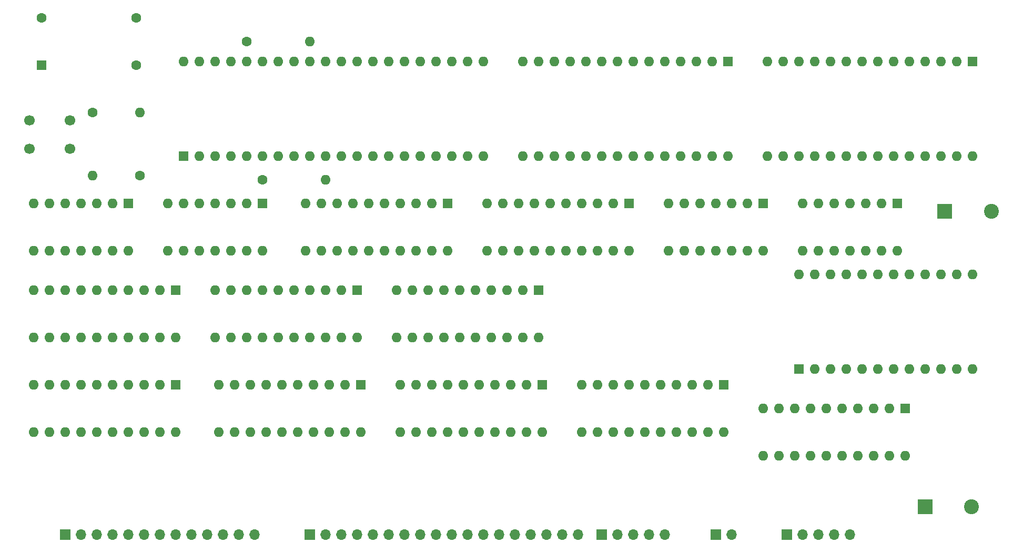
<source format=gts>
%TF.GenerationSoftware,KiCad,Pcbnew,5.1.12-84ad8e8a86~92~ubuntu18.04.1*%
%TF.CreationDate,2022-01-22T16:21:03-05:00*%
%TF.ProjectId,kicad,6b696361-642e-46b6-9963-61645f706362,rev?*%
%TF.SameCoordinates,Original*%
%TF.FileFunction,Soldermask,Top*%
%TF.FilePolarity,Negative*%
%FSLAX46Y46*%
G04 Gerber Fmt 4.6, Leading zero omitted, Abs format (unit mm)*
G04 Created by KiCad (PCBNEW 5.1.12-84ad8e8a86~92~ubuntu18.04.1) date 2022-01-22 16:21:03*
%MOMM*%
%LPD*%
G01*
G04 APERTURE LIST*
%ADD10O,1.600000X1.600000*%
%ADD11R,1.600000X1.600000*%
%ADD12C,1.600000*%
%ADD13C,1.700000*%
%ADD14O,1.700000X1.700000*%
%ADD15R,1.700000X1.700000*%
%ADD16C,2.400000*%
%ADD17R,2.400000X2.400000*%
G04 APERTURE END LIST*
D10*
%TO.C,U18*%
X223520000Y-99060000D03*
X251460000Y-114300000D03*
X226060000Y-99060000D03*
X248920000Y-114300000D03*
X228600000Y-99060000D03*
X246380000Y-114300000D03*
X231140000Y-99060000D03*
X243840000Y-114300000D03*
X233680000Y-99060000D03*
X241300000Y-114300000D03*
X236220000Y-99060000D03*
X238760000Y-114300000D03*
X238760000Y-99060000D03*
X236220000Y-114300000D03*
X241300000Y-99060000D03*
X233680000Y-114300000D03*
X243840000Y-99060000D03*
X231140000Y-114300000D03*
X246380000Y-99060000D03*
X228600000Y-114300000D03*
X248920000Y-99060000D03*
X226060000Y-114300000D03*
X251460000Y-99060000D03*
D11*
X223520000Y-114300000D03*
%TD*%
D10*
%TO.C,U17*%
X217805000Y-95250000D03*
X202565000Y-87630000D03*
X215265000Y-95250000D03*
X205105000Y-87630000D03*
X212725000Y-95250000D03*
X207645000Y-87630000D03*
X210185000Y-95250000D03*
X210185000Y-87630000D03*
X207645000Y-95250000D03*
X212725000Y-87630000D03*
X205105000Y-95250000D03*
X215265000Y-87630000D03*
X202565000Y-95250000D03*
D11*
X217805000Y-87630000D03*
%TD*%
D10*
%TO.C,U16*%
X167005000Y-95250000D03*
X144145000Y-87630000D03*
X164465000Y-95250000D03*
X146685000Y-87630000D03*
X161925000Y-95250000D03*
X149225000Y-87630000D03*
X159385000Y-95250000D03*
X151765000Y-87630000D03*
X156845000Y-95250000D03*
X154305000Y-87630000D03*
X154305000Y-95250000D03*
X156845000Y-87630000D03*
X151765000Y-95250000D03*
X159385000Y-87630000D03*
X149225000Y-95250000D03*
X161925000Y-87630000D03*
X146685000Y-95250000D03*
X164465000Y-87630000D03*
X144145000Y-95250000D03*
D11*
X167005000Y-87630000D03*
%TD*%
D10*
%TO.C,U15*%
X240665000Y-128270000D03*
X217805000Y-120650000D03*
X238125000Y-128270000D03*
X220345000Y-120650000D03*
X235585000Y-128270000D03*
X222885000Y-120650000D03*
X233045000Y-128270000D03*
X225425000Y-120650000D03*
X230505000Y-128270000D03*
X227965000Y-120650000D03*
X227965000Y-128270000D03*
X230505000Y-120650000D03*
X225425000Y-128270000D03*
X233045000Y-120650000D03*
X222885000Y-128270000D03*
X235585000Y-120650000D03*
X220345000Y-128270000D03*
X238125000Y-120650000D03*
X217805000Y-128270000D03*
D11*
X240665000Y-120650000D03*
%TD*%
D10*
%TO.C,U14*%
X239395000Y-95250000D03*
X224155000Y-87630000D03*
X236855000Y-95250000D03*
X226695000Y-87630000D03*
X234315000Y-95250000D03*
X229235000Y-87630000D03*
X231775000Y-95250000D03*
X231775000Y-87630000D03*
X229235000Y-95250000D03*
X234315000Y-87630000D03*
X226695000Y-95250000D03*
X236855000Y-87630000D03*
X224155000Y-95250000D03*
D11*
X239395000Y-87630000D03*
%TD*%
D10*
%TO.C,U13*%
X251460000Y-80010000D03*
X218440000Y-64770000D03*
X248920000Y-80010000D03*
X220980000Y-64770000D03*
X246380000Y-80010000D03*
X223520000Y-64770000D03*
X243840000Y-80010000D03*
X226060000Y-64770000D03*
X241300000Y-80010000D03*
X228600000Y-64770000D03*
X238760000Y-80010000D03*
X231140000Y-64770000D03*
X236220000Y-80010000D03*
X233680000Y-64770000D03*
X233680000Y-80010000D03*
X236220000Y-64770000D03*
X231140000Y-80010000D03*
X238760000Y-64770000D03*
X228600000Y-80010000D03*
X241300000Y-64770000D03*
X226060000Y-80010000D03*
X243840000Y-64770000D03*
X223520000Y-80010000D03*
X246380000Y-64770000D03*
X220980000Y-80010000D03*
X248920000Y-64770000D03*
X218440000Y-80010000D03*
D11*
X251460000Y-64770000D03*
%TD*%
D10*
%TO.C,U12*%
X211455000Y-124460000D03*
X188595000Y-116840000D03*
X208915000Y-124460000D03*
X191135000Y-116840000D03*
X206375000Y-124460000D03*
X193675000Y-116840000D03*
X203835000Y-124460000D03*
X196215000Y-116840000D03*
X201295000Y-124460000D03*
X198755000Y-116840000D03*
X198755000Y-124460000D03*
X201295000Y-116840000D03*
X196215000Y-124460000D03*
X203835000Y-116840000D03*
X193675000Y-124460000D03*
X206375000Y-116840000D03*
X191135000Y-124460000D03*
X208915000Y-116840000D03*
X188595000Y-124460000D03*
D11*
X211455000Y-116840000D03*
%TD*%
D10*
%TO.C,U11*%
X196215000Y-95250000D03*
X173355000Y-87630000D03*
X193675000Y-95250000D03*
X175895000Y-87630000D03*
X191135000Y-95250000D03*
X178435000Y-87630000D03*
X188595000Y-95250000D03*
X180975000Y-87630000D03*
X186055000Y-95250000D03*
X183515000Y-87630000D03*
X183515000Y-95250000D03*
X186055000Y-87630000D03*
X180975000Y-95250000D03*
X188595000Y-87630000D03*
X178435000Y-95250000D03*
X191135000Y-87630000D03*
X175895000Y-95250000D03*
X193675000Y-87630000D03*
X173355000Y-95250000D03*
D11*
X196215000Y-87630000D03*
%TD*%
D10*
%TO.C,U10*%
X212090000Y-80010000D03*
X179070000Y-64770000D03*
X209550000Y-80010000D03*
X181610000Y-64770000D03*
X207010000Y-80010000D03*
X184150000Y-64770000D03*
X204470000Y-80010000D03*
X186690000Y-64770000D03*
X201930000Y-80010000D03*
X189230000Y-64770000D03*
X199390000Y-80010000D03*
X191770000Y-64770000D03*
X196850000Y-80010000D03*
X194310000Y-64770000D03*
X194310000Y-80010000D03*
X196850000Y-64770000D03*
X191770000Y-80010000D03*
X199390000Y-64770000D03*
X189230000Y-80010000D03*
X201930000Y-64770000D03*
X186690000Y-80010000D03*
X204470000Y-64770000D03*
X184150000Y-80010000D03*
X207010000Y-64770000D03*
X181610000Y-80010000D03*
X209550000Y-64770000D03*
X179070000Y-80010000D03*
D11*
X212090000Y-64770000D03*
%TD*%
D10*
%TO.C,U9*%
X181610000Y-109220000D03*
X158750000Y-101600000D03*
X179070000Y-109220000D03*
X161290000Y-101600000D03*
X176530000Y-109220000D03*
X163830000Y-101600000D03*
X173990000Y-109220000D03*
X166370000Y-101600000D03*
X171450000Y-109220000D03*
X168910000Y-101600000D03*
X168910000Y-109220000D03*
X171450000Y-101600000D03*
X166370000Y-109220000D03*
X173990000Y-101600000D03*
X163830000Y-109220000D03*
X176530000Y-101600000D03*
X161290000Y-109220000D03*
X179070000Y-101600000D03*
X158750000Y-109220000D03*
D11*
X181610000Y-101600000D03*
%TD*%
D10*
%TO.C,U8*%
X182245000Y-124460000D03*
X159385000Y-116840000D03*
X179705000Y-124460000D03*
X161925000Y-116840000D03*
X177165000Y-124460000D03*
X164465000Y-116840000D03*
X174625000Y-124460000D03*
X167005000Y-116840000D03*
X172085000Y-124460000D03*
X169545000Y-116840000D03*
X169545000Y-124460000D03*
X172085000Y-116840000D03*
X167005000Y-124460000D03*
X174625000Y-116840000D03*
X164465000Y-124460000D03*
X177165000Y-116840000D03*
X161925000Y-124460000D03*
X179705000Y-116840000D03*
X159385000Y-124460000D03*
D11*
X182245000Y-116840000D03*
%TD*%
D10*
%TO.C,U7*%
X137160000Y-95250000D03*
X121920000Y-87630000D03*
X134620000Y-95250000D03*
X124460000Y-87630000D03*
X132080000Y-95250000D03*
X127000000Y-87630000D03*
X129540000Y-95250000D03*
X129540000Y-87630000D03*
X127000000Y-95250000D03*
X132080000Y-87630000D03*
X124460000Y-95250000D03*
X134620000Y-87630000D03*
X121920000Y-95250000D03*
D11*
X137160000Y-87630000D03*
%TD*%
D10*
%TO.C,U6*%
X152400000Y-109220000D03*
X129540000Y-101600000D03*
X149860000Y-109220000D03*
X132080000Y-101600000D03*
X147320000Y-109220000D03*
X134620000Y-101600000D03*
X144780000Y-109220000D03*
X137160000Y-101600000D03*
X142240000Y-109220000D03*
X139700000Y-101600000D03*
X139700000Y-109220000D03*
X142240000Y-101600000D03*
X137160000Y-109220000D03*
X144780000Y-101600000D03*
X134620000Y-109220000D03*
X147320000Y-101600000D03*
X132080000Y-109220000D03*
X149860000Y-101600000D03*
X129540000Y-109220000D03*
D11*
X152400000Y-101600000D03*
%TD*%
D10*
%TO.C,U5*%
X153035000Y-124460000D03*
X130175000Y-116840000D03*
X150495000Y-124460000D03*
X132715000Y-116840000D03*
X147955000Y-124460000D03*
X135255000Y-116840000D03*
X145415000Y-124460000D03*
X137795000Y-116840000D03*
X142875000Y-124460000D03*
X140335000Y-116840000D03*
X140335000Y-124460000D03*
X142875000Y-116840000D03*
X137795000Y-124460000D03*
X145415000Y-116840000D03*
X135255000Y-124460000D03*
X147955000Y-116840000D03*
X132715000Y-124460000D03*
X150495000Y-116840000D03*
X130175000Y-124460000D03*
D11*
X153035000Y-116840000D03*
%TD*%
D10*
%TO.C,U4*%
X124460000Y-64770000D03*
X172720000Y-80010000D03*
X127000000Y-64770000D03*
X170180000Y-80010000D03*
X129540000Y-64770000D03*
X167640000Y-80010000D03*
X132080000Y-64770000D03*
X165100000Y-80010000D03*
X134620000Y-64770000D03*
X162560000Y-80010000D03*
X137160000Y-64770000D03*
X160020000Y-80010000D03*
X139700000Y-64770000D03*
X157480000Y-80010000D03*
X142240000Y-64770000D03*
X154940000Y-80010000D03*
X144780000Y-64770000D03*
X152400000Y-80010000D03*
X147320000Y-64770000D03*
X149860000Y-80010000D03*
X149860000Y-64770000D03*
X147320000Y-80010000D03*
X152400000Y-64770000D03*
X144780000Y-80010000D03*
X154940000Y-64770000D03*
X142240000Y-80010000D03*
X157480000Y-64770000D03*
X139700000Y-80010000D03*
X160020000Y-64770000D03*
X137160000Y-80010000D03*
X162560000Y-64770000D03*
X134620000Y-80010000D03*
X165100000Y-64770000D03*
X132080000Y-80010000D03*
X167640000Y-64770000D03*
X129540000Y-80010000D03*
X170180000Y-64770000D03*
X127000000Y-80010000D03*
X172720000Y-64770000D03*
D11*
X124460000Y-80010000D03*
%TD*%
D10*
%TO.C,U3*%
X115570000Y-95250000D03*
X100330000Y-87630000D03*
X113030000Y-95250000D03*
X102870000Y-87630000D03*
X110490000Y-95250000D03*
X105410000Y-87630000D03*
X107950000Y-95250000D03*
X107950000Y-87630000D03*
X105410000Y-95250000D03*
X110490000Y-87630000D03*
X102870000Y-95250000D03*
X113030000Y-87630000D03*
X100330000Y-95250000D03*
D11*
X115570000Y-87630000D03*
%TD*%
D10*
%TO.C,U2*%
X123190000Y-109220000D03*
X100330000Y-101600000D03*
X120650000Y-109220000D03*
X102870000Y-101600000D03*
X118110000Y-109220000D03*
X105410000Y-101600000D03*
X115570000Y-109220000D03*
X107950000Y-101600000D03*
X113030000Y-109220000D03*
X110490000Y-101600000D03*
X110490000Y-109220000D03*
X113030000Y-101600000D03*
X107950000Y-109220000D03*
X115570000Y-101600000D03*
X105410000Y-109220000D03*
X118110000Y-101600000D03*
X102870000Y-109220000D03*
X120650000Y-101600000D03*
X100330000Y-109220000D03*
D11*
X123190000Y-101600000D03*
%TD*%
D10*
%TO.C,U1*%
X123190000Y-124460000D03*
X100330000Y-116840000D03*
X120650000Y-124460000D03*
X102870000Y-116840000D03*
X118110000Y-124460000D03*
X105410000Y-116840000D03*
X115570000Y-124460000D03*
X107950000Y-116840000D03*
X113030000Y-124460000D03*
X110490000Y-116840000D03*
X110490000Y-124460000D03*
X113030000Y-116840000D03*
X107950000Y-124460000D03*
X115570000Y-116840000D03*
X105410000Y-124460000D03*
X118110000Y-116840000D03*
X102870000Y-124460000D03*
X120650000Y-116840000D03*
X100330000Y-124460000D03*
D11*
X123190000Y-116840000D03*
%TD*%
D12*
%TO.C,X1*%
X116840000Y-65405000D03*
X116840000Y-57785000D03*
X101600000Y-57785000D03*
D11*
X101600000Y-65405000D03*
%TD*%
D13*
%TO.C,SW1*%
X99695000Y-74295000D03*
X106195000Y-74295000D03*
X99695000Y-78795000D03*
X106195000Y-78795000D03*
%TD*%
D10*
%TO.C,R4*%
X144780000Y-61595000D03*
D12*
X134620000Y-61595000D03*
%TD*%
D10*
%TO.C,R3*%
X147320000Y-83820000D03*
D12*
X137160000Y-83820000D03*
%TD*%
D10*
%TO.C,R2*%
X109855000Y-83185000D03*
D12*
X109855000Y-73025000D03*
%TD*%
D10*
%TO.C,R1*%
X117475000Y-73025000D03*
D12*
X117475000Y-83185000D03*
%TD*%
D14*
%TO.C,J5*%
X212725000Y-140970000D03*
D15*
X210185000Y-140970000D03*
%TD*%
D14*
%TO.C,J4*%
X201930000Y-140970000D03*
X199390000Y-140970000D03*
X196850000Y-140970000D03*
X194310000Y-140970000D03*
D15*
X191770000Y-140970000D03*
%TD*%
D14*
%TO.C,J3*%
X187960000Y-140970000D03*
X185420000Y-140970000D03*
X182880000Y-140970000D03*
X180340000Y-140970000D03*
X177800000Y-140970000D03*
X175260000Y-140970000D03*
X172720000Y-140970000D03*
X170180000Y-140970000D03*
X167640000Y-140970000D03*
X165100000Y-140970000D03*
X162560000Y-140970000D03*
X160020000Y-140970000D03*
X157480000Y-140970000D03*
X154940000Y-140970000D03*
X152400000Y-140970000D03*
X149860000Y-140970000D03*
X147320000Y-140970000D03*
D15*
X144780000Y-140970000D03*
%TD*%
D14*
%TO.C,J2*%
X231775000Y-140970000D03*
X229235000Y-140970000D03*
X226695000Y-140970000D03*
X224155000Y-140970000D03*
D15*
X221615000Y-140970000D03*
%TD*%
D14*
%TO.C,J1*%
X135890000Y-140970000D03*
X133350000Y-140970000D03*
X130810000Y-140970000D03*
X128270000Y-140970000D03*
X125730000Y-140970000D03*
X123190000Y-140970000D03*
X120650000Y-140970000D03*
X118110000Y-140970000D03*
X115570000Y-140970000D03*
X113030000Y-140970000D03*
X110490000Y-140970000D03*
X107950000Y-140970000D03*
D15*
X105410000Y-140970000D03*
%TD*%
D16*
%TO.C,C5*%
X251340000Y-136525000D03*
D17*
X243840000Y-136525000D03*
%TD*%
D16*
%TO.C,C1*%
X254515000Y-88900000D03*
D17*
X247015000Y-88900000D03*
%TD*%
M02*

</source>
